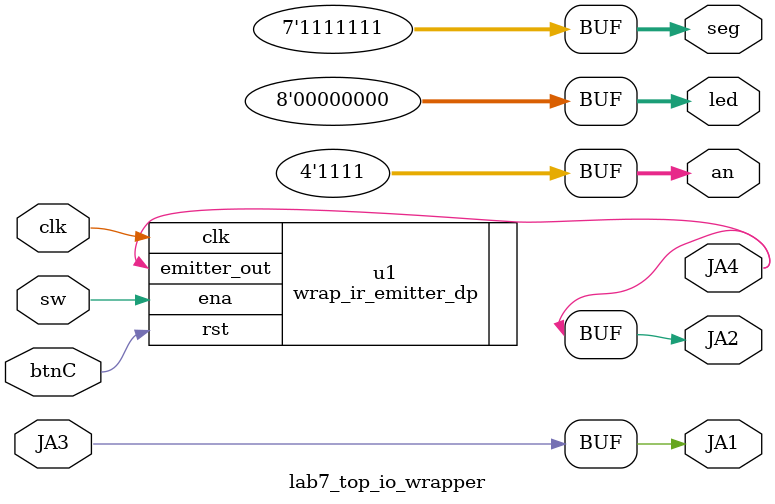
<source format=sv>
`timescale 1ns / 1ps
module lab7_top_io_wrapper(
	output logic [7:0] led,
	output logic [6:0] seg,
	output logic [3:0] an,
	output logic JA4, JA2, JA1,
	input logic JA3,
	input logic btnC,
	input logic [0:0] sw,
	input logic clk
	);

	assign led = 8'b00000000;	// disable the LED's
	assign an = 4'b1111;	// disable the seven segment decoders
	assign seg = 7'b1111111;

	assign JA1 = JA3;	// pin JA1
	assign JA2 = JA4;	// pin JA2

	wrap_ir_emitter_dp u1 (.emitter_out(JA4), .clk, .rst(btnC), .ena(sw[0]));

endmodule

</source>
